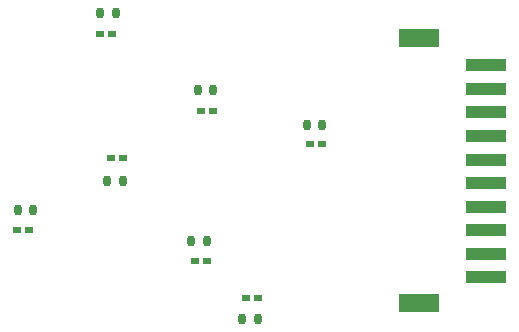
<source format=gbp>
G04 Layer_Color=128*
%FSLAX25Y25*%
%MOIN*%
G70*
G01*
G75*
G04:AMPARAMS|DCode=13|XSize=28mil|YSize=36mil|CornerRadius=12.6mil|HoleSize=0mil|Usage=FLASHONLY|Rotation=0.000|XOffset=0mil|YOffset=0mil|HoleType=Round|Shape=RoundedRectangle|*
%AMROUNDEDRECTD13*
21,1,0.02800,0.01080,0,0,0.0*
21,1,0.00280,0.03600,0,0,0.0*
1,1,0.02520,0.00140,-0.00540*
1,1,0.02520,-0.00140,-0.00540*
1,1,0.02520,-0.00140,0.00540*
1,1,0.02520,0.00140,0.00540*
%
%ADD13ROUNDEDRECTD13*%
%ADD14R,0.13386X0.05906*%
%ADD15R,0.13386X0.03937*%
%ADD16R,0.02500X0.02000*%
D13*
X-165559Y61900D02*
D03*
X-160400D02*
D03*
X-138059Y127400D02*
D03*
X-132900D02*
D03*
X-64141Y90200D02*
D03*
X-69300D02*
D03*
X-85541Y25600D02*
D03*
X-90700D02*
D03*
X-100341Y101700D02*
D03*
X-105500D02*
D03*
X-102541Y51400D02*
D03*
X-107700D02*
D03*
X-130541Y71600D02*
D03*
X-135700D02*
D03*
D14*
X-31841Y30739D02*
D03*
Y119321D02*
D03*
D15*
X-9337Y110148D02*
D03*
Y102274D02*
D03*
Y94400D02*
D03*
Y86526D02*
D03*
Y78652D02*
D03*
Y70778D02*
D03*
Y62904D02*
D03*
Y55030D02*
D03*
Y47156D02*
D03*
X-9400Y39400D02*
D03*
D16*
X-130600Y79200D02*
D03*
X-134600D02*
D03*
X-102500Y44700D02*
D03*
X-106500D02*
D03*
X-100400Y94900D02*
D03*
X-104400D02*
D03*
X-85500Y32400D02*
D03*
X-89500D02*
D03*
X-64100Y83700D02*
D03*
X-68100D02*
D03*
X-138000Y120600D02*
D03*
X-134000D02*
D03*
X-165700Y55000D02*
D03*
X-161700D02*
D03*
M02*

</source>
